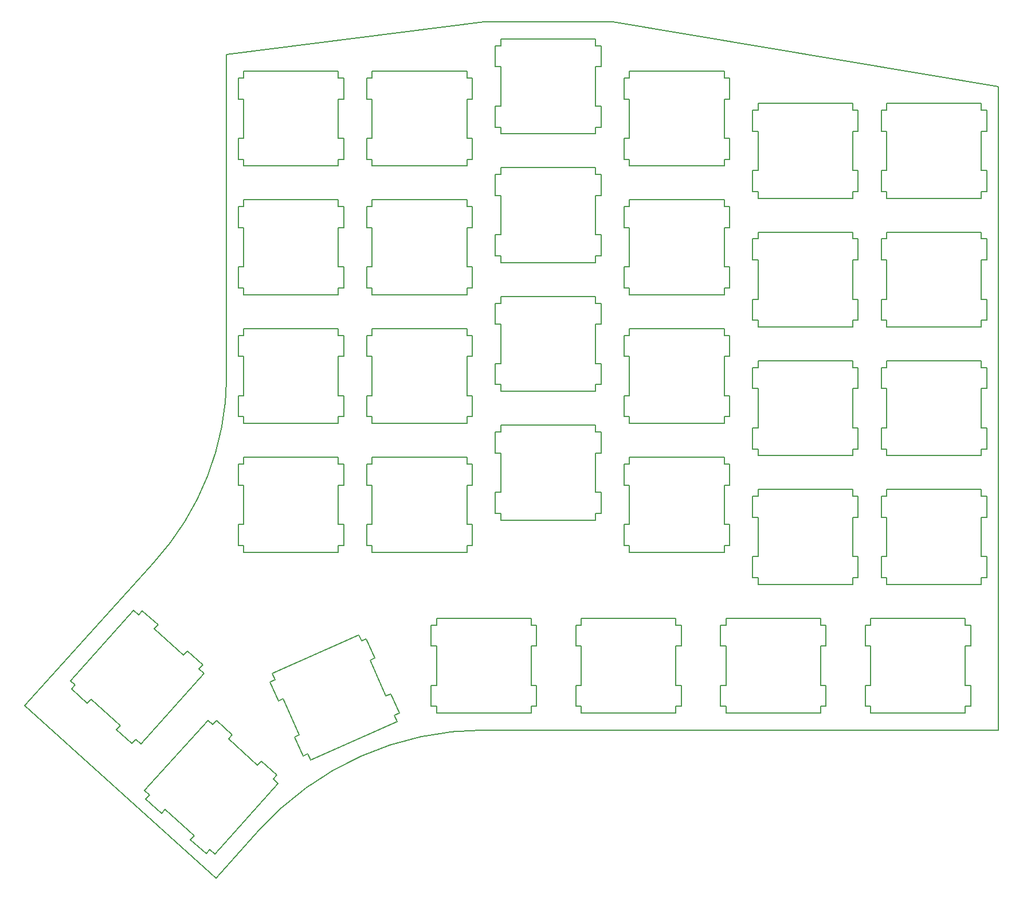
<source format=gm1>
G04 #@! TF.GenerationSoftware,KiCad,Pcbnew,(5.99.0-11247-g3f6811f413)*
G04 #@! TF.CreationDate,2021-07-10T09:42:12+02:00*
G04 #@! TF.ProjectId,blackwing,626c6163-6b77-4696-9e67-2e6b69636164,rev?*
G04 #@! TF.SameCoordinates,Original*
G04 #@! TF.FileFunction,Profile,NP*
%FSLAX46Y46*%
G04 Gerber Fmt 4.6, Leading zero omitted, Abs format (unit mm)*
G04 Created by KiCad (PCBNEW (5.99.0-11247-g3f6811f413)) date 2021-07-10 09:42:12*
%MOMM*%
%LPD*%
G01*
G04 APERTURE LIST*
G04 #@! TA.AperFunction,Profile*
%ADD10C,0.150000*%
G04 #@! TD*
G04 #@! TA.AperFunction,Profile*
%ADD11C,0.188976*%
G04 #@! TD*
G04 APERTURE END LIST*
D10*
X63985071Y7340062D02*
X82885072Y7327562D01*
X-3925277Y-93593222D02*
X24314225Y-119020185D01*
X139885072Y-97172437D02*
X63885071Y-97172438D01*
X24314225Y-119020185D02*
X30670966Y-111960309D01*
X15144946Y-72413594D02*
G75*
G03*
X25885071Y-45012437I-30321165J27690069D01*
G01*
X82885072Y7327562D02*
X139885072Y-2172437D01*
X25885071Y2577563D02*
X25885071Y-45012437D01*
X-3925277Y-93593222D02*
X15144946Y-72413595D01*
X139885072Y-2172437D02*
X139885072Y-97172437D01*
X25885071Y2577563D02*
X63985071Y7340062D01*
X30670967Y-111960310D02*
G75*
G02*
X63885071Y-97172438I33214104J-29906113D01*
G01*
D11*
X123385071Y-65772443D02*
X123385071Y-71572438D01*
X122585070Y-62672437D02*
X122585070Y-65772443D01*
X137385070Y-71572438D02*
X137385070Y-65772443D01*
X138185069Y-74672437D02*
X138185069Y-71572438D01*
X137385070Y-75672437D02*
X137385070Y-74672437D01*
X137385070Y-62672437D02*
X137385070Y-61672437D01*
X122585070Y-74672437D02*
X123385071Y-74672437D01*
X123385071Y-74672437D02*
X123385071Y-75672437D01*
X123385071Y-62672437D02*
X122585070Y-62672437D01*
X138185069Y-65772443D02*
X138185069Y-62672437D01*
X137385070Y-74672437D02*
X138185069Y-74672437D01*
X138185069Y-62672437D02*
X137385070Y-62672437D01*
X137385070Y-61672437D02*
X123385071Y-61672437D01*
X122585070Y-71572438D02*
X122585070Y-74672437D01*
X138185069Y-71572438D02*
X137385070Y-71572438D01*
X123385071Y-71572438D02*
X122585070Y-71572438D01*
X123385071Y-75672437D02*
X137385070Y-75672437D01*
X137385070Y-65772443D02*
X138185069Y-65772443D01*
X122585070Y-65772443D02*
X123385071Y-65772443D01*
X123385071Y-61672437D02*
X123385071Y-62672437D01*
X12445026Y-98577233D02*
X13188171Y-99246364D01*
X11909721Y-99171750D02*
X12445026Y-98577233D01*
X13430419Y-79549124D02*
X12895116Y-80143639D01*
X12151971Y-79474508D02*
X2784143Y-89878535D01*
X5295736Y-93216491D02*
X5831041Y-92621975D01*
X15734173Y-81623433D02*
X13430419Y-79549124D01*
X21812854Y-88173206D02*
X22348157Y-87578691D01*
X9605972Y-97097445D02*
X11909721Y-99171750D01*
X19509105Y-86098902D02*
X15198869Y-82217948D01*
X10141278Y-96502929D02*
X9605972Y-97097445D01*
X2991983Y-91142182D02*
X5295736Y-93216491D01*
X20044409Y-85504387D02*
X19509105Y-86098902D01*
X22555998Y-88842337D02*
X21812854Y-88173206D01*
X3527288Y-90547666D02*
X2991983Y-91142182D01*
X22348157Y-87578691D02*
X20044409Y-85504387D01*
X2784143Y-89878535D02*
X3527288Y-90547666D01*
X5831041Y-92621975D02*
X10141278Y-96502929D01*
X15198869Y-82217948D02*
X15734173Y-81623433D01*
X12895116Y-80143639D02*
X12151971Y-79474508D01*
X13188171Y-99246364D02*
X22555998Y-88842337D01*
X99635071Y-84772443D02*
X99635071Y-90572438D01*
X98835070Y-81672437D02*
X98835070Y-84772443D01*
X113635070Y-90572438D02*
X113635070Y-84772443D01*
X114435069Y-93672437D02*
X114435069Y-90572438D01*
X113635070Y-94672437D02*
X113635070Y-93672437D01*
X113635070Y-81672437D02*
X113635070Y-80672437D01*
X98835070Y-93672437D02*
X99635071Y-93672437D01*
X99635071Y-93672437D02*
X99635071Y-94672437D01*
X99635071Y-81672437D02*
X98835070Y-81672437D01*
X114435069Y-84772443D02*
X114435069Y-81672437D01*
X113635070Y-93672437D02*
X114435069Y-93672437D01*
X114435069Y-81672437D02*
X113635070Y-81672437D01*
X113635070Y-80672437D02*
X99635071Y-80672437D01*
X98835070Y-90572438D02*
X98835070Y-93672437D01*
X114435069Y-90572438D02*
X113635070Y-90572438D01*
X99635071Y-90572438D02*
X98835070Y-90572438D01*
X99635071Y-94672437D02*
X113635070Y-94672437D01*
X113635070Y-84772443D02*
X114435069Y-84772443D01*
X98835070Y-84772443D02*
X99635071Y-84772443D01*
X99635071Y-80672437D02*
X99635071Y-81672437D01*
X104385071Y-65772443D02*
X104385071Y-71572438D01*
X103585070Y-62672437D02*
X103585070Y-65772443D01*
X118385070Y-71572438D02*
X118385070Y-65772443D01*
X119185069Y-74672437D02*
X119185069Y-71572438D01*
X118385070Y-75672437D02*
X118385070Y-74672437D01*
X118385070Y-62672437D02*
X118385070Y-61672437D01*
X103585070Y-74672437D02*
X104385071Y-74672437D01*
X104385071Y-74672437D02*
X104385071Y-75672437D01*
X104385071Y-62672437D02*
X103585070Y-62672437D01*
X119185069Y-65772443D02*
X119185069Y-62672437D01*
X118385070Y-74672437D02*
X119185069Y-74672437D01*
X119185069Y-62672437D02*
X118385070Y-62672437D01*
X118385070Y-61672437D02*
X104385071Y-61672437D01*
X103585070Y-71572438D02*
X103585070Y-74672437D01*
X119185069Y-71572438D02*
X118385070Y-71572438D01*
X104385071Y-71572438D02*
X103585070Y-71572438D01*
X104385071Y-75672437D02*
X118385070Y-75672437D01*
X118385070Y-65772443D02*
X119185069Y-65772443D01*
X103585070Y-65772443D02*
X104385071Y-65772443D01*
X104385071Y-61672437D02*
X104385071Y-62672437D01*
X16772041Y-108864976D02*
X21082278Y-112745930D01*
X13932983Y-107385183D02*
X16236736Y-109459492D01*
X30450105Y-102341903D02*
X26139869Y-98460949D01*
X33289157Y-103821692D02*
X30985409Y-101747388D01*
X33496998Y-105085338D02*
X32753854Y-104416207D01*
X23836116Y-96386640D02*
X23092971Y-95717509D01*
X22850721Y-115414751D02*
X23386026Y-114820234D01*
X23386026Y-114820234D02*
X24129171Y-115489365D01*
X14468288Y-106790667D02*
X13932983Y-107385183D01*
X26675173Y-97866434D02*
X24371419Y-95792125D01*
X32753854Y-104416207D02*
X33289157Y-103821692D01*
X24371419Y-95792125D02*
X23836116Y-96386640D01*
X23092971Y-95717509D02*
X13725143Y-106121536D01*
X20546972Y-113340446D02*
X22850721Y-115414751D01*
X30985409Y-101747388D02*
X30450105Y-102341903D01*
X21082278Y-112745930D02*
X20546972Y-113340446D01*
X24129171Y-115489365D02*
X33496998Y-105085338D01*
X26139869Y-98460949D02*
X26675173Y-97866434D01*
X16236736Y-109459492D02*
X16772041Y-108864976D01*
X13725143Y-106121536D02*
X14468288Y-106790667D01*
X34267720Y-92555317D02*
X36626791Y-97853876D01*
X32275997Y-90048710D02*
X33536883Y-92880707D01*
X49416426Y-92159564D02*
X47057356Y-86861005D01*
X51408145Y-94666165D02*
X50147262Y-91834175D01*
X51084046Y-95905099D02*
X50677309Y-94991554D01*
X45796470Y-84029008D02*
X45389733Y-83115463D01*
X37156837Y-101011256D02*
X37887674Y-100685866D01*
X37887674Y-100685866D02*
X38294411Y-101599412D01*
X33006834Y-89723321D02*
X32275997Y-90048710D01*
X47788191Y-86535616D02*
X46527305Y-83703619D01*
X50677309Y-94991554D02*
X51408145Y-94666165D01*
X46527305Y-83703619D02*
X45796470Y-84029008D01*
X45389733Y-83115463D02*
X32600098Y-88809775D01*
X35895954Y-98179266D02*
X37156837Y-101011256D01*
X50147262Y-91834175D02*
X49416426Y-92159564D01*
X36626791Y-97853876D02*
X35895954Y-98179266D01*
X38294411Y-101599412D02*
X51084046Y-95905099D01*
X47057356Y-86861005D02*
X47788191Y-86535616D01*
X33536883Y-92880707D02*
X34267720Y-92555317D01*
X32600098Y-88809775D02*
X33006834Y-89723321D01*
X56885071Y-84772443D02*
X56885071Y-90572438D01*
X56085070Y-81672437D02*
X56085070Y-84772443D01*
X70885070Y-90572438D02*
X70885070Y-84772443D01*
X71685069Y-93672437D02*
X71685069Y-90572438D01*
X70885070Y-94672437D02*
X70885070Y-93672437D01*
X70885070Y-81672437D02*
X70885070Y-80672437D01*
X56085070Y-93672437D02*
X56885071Y-93672437D01*
X56885071Y-93672437D02*
X56885071Y-94672437D01*
X56885071Y-81672437D02*
X56085070Y-81672437D01*
X71685069Y-84772443D02*
X71685069Y-81672437D01*
X70885070Y-93672437D02*
X71685069Y-93672437D01*
X71685069Y-81672437D02*
X70885070Y-81672437D01*
X70885070Y-80672437D02*
X56885071Y-80672437D01*
X56085070Y-90572438D02*
X56085070Y-93672437D01*
X71685069Y-90572438D02*
X70885070Y-90572438D01*
X56885071Y-90572438D02*
X56085070Y-90572438D01*
X56885071Y-94672437D02*
X70885070Y-94672437D01*
X70885070Y-84772443D02*
X71685069Y-84772443D01*
X56085070Y-84772443D02*
X56885071Y-84772443D01*
X56885071Y-80672437D02*
X56885071Y-81672437D01*
X92260070Y-93672437D02*
X93060069Y-93672437D01*
X93060069Y-90572438D02*
X92260070Y-90572438D01*
X93060069Y-93672437D02*
X93060069Y-90572438D01*
X77460070Y-81672437D02*
X77460070Y-84772443D01*
X92260070Y-90572438D02*
X92260070Y-84772443D01*
X78260071Y-94672437D02*
X92260070Y-94672437D01*
X78260071Y-81672437D02*
X77460070Y-81672437D01*
X77460070Y-84772443D02*
X78260071Y-84772443D01*
X77460070Y-93672437D02*
X78260071Y-93672437D01*
X92260070Y-80672437D02*
X78260071Y-80672437D01*
X78260071Y-80672437D02*
X78260071Y-81672437D01*
X93060069Y-84772443D02*
X93060069Y-81672437D01*
X93060069Y-81672437D02*
X92260070Y-81672437D01*
X78260071Y-90572438D02*
X77460070Y-90572438D01*
X92260070Y-94672437D02*
X92260070Y-93672437D01*
X92260070Y-84772443D02*
X93060069Y-84772443D01*
X77460070Y-90572438D02*
X77460070Y-93672437D01*
X92260070Y-81672437D02*
X92260070Y-80672437D01*
X78260071Y-84772443D02*
X78260071Y-90572438D01*
X78260071Y-93672437D02*
X78260071Y-94672437D01*
X135010071Y-93672437D02*
X135810070Y-93672437D01*
X135810070Y-90572438D02*
X135010071Y-90572438D01*
X135810070Y-93672437D02*
X135810070Y-90572438D01*
X120210071Y-81672437D02*
X120210071Y-84772443D01*
X135010071Y-90572438D02*
X135010071Y-84772443D01*
X121010072Y-94672437D02*
X135010071Y-94672437D01*
X121010072Y-81672437D02*
X120210071Y-81672437D01*
X120210071Y-84772443D02*
X121010072Y-84772443D01*
X120210071Y-93672437D02*
X121010072Y-93672437D01*
X135010071Y-80672437D02*
X121010072Y-80672437D01*
X121010072Y-80672437D02*
X121010072Y-81672437D01*
X135810070Y-84772443D02*
X135810070Y-81672437D01*
X135810070Y-81672437D02*
X135010071Y-81672437D01*
X121010072Y-90572438D02*
X120210071Y-90572438D01*
X135010071Y-94672437D02*
X135010071Y-93672437D01*
X135010071Y-84772443D02*
X135810070Y-84772443D01*
X120210071Y-90572438D02*
X120210071Y-93672437D01*
X135010071Y-81672437D02*
X135010071Y-80672437D01*
X121010072Y-84772443D02*
X121010072Y-90572438D01*
X121010072Y-93672437D02*
X121010072Y-94672437D01*
X47385072Y-42022444D02*
X47385072Y-47822439D01*
X46585071Y-38922438D02*
X46585071Y-42022444D01*
X61385071Y-47822439D02*
X61385071Y-42022444D01*
X62185070Y-50922438D02*
X62185070Y-47822439D01*
X61385071Y-51922438D02*
X61385071Y-50922438D01*
X61385071Y-38922438D02*
X61385071Y-37922438D01*
X46585071Y-50922438D02*
X47385072Y-50922438D01*
X47385072Y-50922438D02*
X47385072Y-51922438D01*
X47385072Y-38922438D02*
X46585071Y-38922438D01*
X62185070Y-42022444D02*
X62185070Y-38922438D01*
X61385071Y-50922438D02*
X62185070Y-50922438D01*
X62185070Y-38922438D02*
X61385071Y-38922438D01*
X61385071Y-37922438D02*
X47385072Y-37922438D01*
X46585071Y-47822439D02*
X46585071Y-50922438D01*
X62185070Y-47822439D02*
X61385071Y-47822439D01*
X47385072Y-47822439D02*
X46585071Y-47822439D01*
X47385072Y-51922438D02*
X61385071Y-51922438D01*
X61385071Y-42022444D02*
X62185070Y-42022444D01*
X46585071Y-42022444D02*
X47385072Y-42022444D01*
X47385072Y-37922438D02*
X47385072Y-38922438D01*
X28385072Y-42022443D02*
X28385072Y-47822438D01*
X27585071Y-38922437D02*
X27585071Y-42022443D01*
X42385071Y-47822438D02*
X42385071Y-42022443D01*
X43185070Y-50922437D02*
X43185070Y-47822438D01*
X42385071Y-51922437D02*
X42385071Y-50922437D01*
X42385071Y-38922437D02*
X42385071Y-37922437D01*
X27585071Y-50922437D02*
X28385072Y-50922437D01*
X28385072Y-50922437D02*
X28385072Y-51922437D01*
X28385072Y-38922437D02*
X27585071Y-38922437D01*
X43185070Y-42022443D02*
X43185070Y-38922437D01*
X42385071Y-50922437D02*
X43185070Y-50922437D01*
X43185070Y-38922437D02*
X42385071Y-38922437D01*
X42385071Y-37922437D02*
X28385072Y-37922437D01*
X27585071Y-47822438D02*
X27585071Y-50922437D01*
X43185070Y-47822438D02*
X42385071Y-47822438D01*
X28385072Y-47822438D02*
X27585071Y-47822438D01*
X28385072Y-51922437D02*
X42385071Y-51922437D01*
X42385071Y-42022443D02*
X43185070Y-42022443D01*
X27585071Y-42022443D02*
X28385072Y-42022443D01*
X28385072Y-37922437D02*
X28385072Y-38922437D01*
X123385072Y-27772443D02*
X123385072Y-33572438D01*
X122585071Y-24672437D02*
X122585071Y-27772443D01*
X137385071Y-33572438D02*
X137385071Y-27772443D01*
X138185070Y-36672437D02*
X138185070Y-33572438D01*
X137385071Y-37672437D02*
X137385071Y-36672437D01*
X137385071Y-24672437D02*
X137385071Y-23672437D01*
X122585071Y-36672437D02*
X123385072Y-36672437D01*
X123385072Y-36672437D02*
X123385072Y-37672437D01*
X123385072Y-24672437D02*
X122585071Y-24672437D01*
X138185070Y-27772443D02*
X138185070Y-24672437D01*
X137385071Y-36672437D02*
X138185070Y-36672437D01*
X138185070Y-24672437D02*
X137385071Y-24672437D01*
X137385071Y-23672437D02*
X123385072Y-23672437D01*
X122585071Y-33572438D02*
X122585071Y-36672437D01*
X138185070Y-33572438D02*
X137385071Y-33572438D01*
X123385072Y-33572438D02*
X122585071Y-33572438D01*
X123385072Y-37672437D02*
X137385071Y-37672437D01*
X137385071Y-27772443D02*
X138185070Y-27772443D01*
X122585071Y-27772443D02*
X123385072Y-27772443D01*
X123385072Y-23672437D02*
X123385072Y-24672437D01*
X104385071Y-27772443D02*
X104385071Y-33572438D01*
X103585070Y-24672437D02*
X103585070Y-27772443D01*
X118385070Y-33572438D02*
X118385070Y-27772443D01*
X119185069Y-36672437D02*
X119185069Y-33572438D01*
X118385070Y-37672437D02*
X118385070Y-36672437D01*
X118385070Y-24672437D02*
X118385070Y-23672437D01*
X103585070Y-36672437D02*
X104385071Y-36672437D01*
X104385071Y-36672437D02*
X104385071Y-37672437D01*
X104385071Y-24672437D02*
X103585070Y-24672437D01*
X119185069Y-27772443D02*
X119185069Y-24672437D01*
X118385070Y-36672437D02*
X119185069Y-36672437D01*
X119185069Y-24672437D02*
X118385070Y-24672437D01*
X118385070Y-23672437D02*
X104385071Y-23672437D01*
X103585070Y-33572438D02*
X103585070Y-36672437D01*
X119185069Y-33572438D02*
X118385070Y-33572438D01*
X104385071Y-33572438D02*
X103585070Y-33572438D01*
X104385071Y-37672437D02*
X118385070Y-37672437D01*
X118385070Y-27772443D02*
X119185069Y-27772443D01*
X103585070Y-27772443D02*
X104385071Y-27772443D01*
X104385071Y-23672437D02*
X104385071Y-24672437D01*
X85385072Y-23022444D02*
X85385072Y-28822439D01*
X84585071Y-19922438D02*
X84585071Y-23022444D01*
X99385071Y-28822439D02*
X99385071Y-23022444D01*
X100185070Y-31922438D02*
X100185070Y-28822439D01*
X99385071Y-32922438D02*
X99385071Y-31922438D01*
X99385071Y-19922438D02*
X99385071Y-18922438D01*
X84585071Y-31922438D02*
X85385072Y-31922438D01*
X85385072Y-31922438D02*
X85385072Y-32922438D01*
X85385072Y-19922438D02*
X84585071Y-19922438D01*
X100185070Y-23022444D02*
X100185070Y-19922438D01*
X99385071Y-31922438D02*
X100185070Y-31922438D01*
X100185070Y-19922438D02*
X99385071Y-19922438D01*
X99385071Y-18922438D02*
X85385072Y-18922438D01*
X84585071Y-28822439D02*
X84585071Y-31922438D01*
X100185070Y-28822439D02*
X99385071Y-28822439D01*
X85385072Y-28822439D02*
X84585071Y-28822439D01*
X85385072Y-32922438D02*
X99385071Y-32922438D01*
X99385071Y-23022444D02*
X100185070Y-23022444D01*
X84585071Y-23022444D02*
X85385072Y-23022444D01*
X85385072Y-18922438D02*
X85385072Y-19922438D01*
X66385072Y-18272444D02*
X66385072Y-24072439D01*
X65585071Y-15172438D02*
X65585071Y-18272444D01*
X80385071Y-24072439D02*
X80385071Y-18272444D01*
X81185070Y-27172438D02*
X81185070Y-24072439D01*
X80385071Y-28172438D02*
X80385071Y-27172438D01*
X80385071Y-15172438D02*
X80385071Y-14172438D01*
X65585071Y-27172438D02*
X66385072Y-27172438D01*
X66385072Y-27172438D02*
X66385072Y-28172438D01*
X66385072Y-15172438D02*
X65585071Y-15172438D01*
X81185070Y-18272444D02*
X81185070Y-15172438D01*
X80385071Y-27172438D02*
X81185070Y-27172438D01*
X81185070Y-15172438D02*
X80385071Y-15172438D01*
X80385071Y-14172438D02*
X66385072Y-14172438D01*
X65585071Y-24072439D02*
X65585071Y-27172438D01*
X81185070Y-24072439D02*
X80385071Y-24072439D01*
X66385072Y-24072439D02*
X65585071Y-24072439D01*
X66385072Y-28172438D02*
X80385071Y-28172438D01*
X80385071Y-18272444D02*
X81185070Y-18272444D01*
X65585071Y-18272444D02*
X66385072Y-18272444D01*
X66385072Y-14172438D02*
X66385072Y-15172438D01*
X47385071Y-23022443D02*
X47385071Y-28822438D01*
X46585070Y-19922437D02*
X46585070Y-23022443D01*
X61385070Y-28822438D02*
X61385070Y-23022443D01*
X62185069Y-31922437D02*
X62185069Y-28822438D01*
X61385070Y-32922437D02*
X61385070Y-31922437D01*
X61385070Y-19922437D02*
X61385070Y-18922437D01*
X46585070Y-31922437D02*
X47385071Y-31922437D01*
X47385071Y-31922437D02*
X47385071Y-32922437D01*
X47385071Y-19922437D02*
X46585070Y-19922437D01*
X62185069Y-23022443D02*
X62185069Y-19922437D01*
X61385070Y-31922437D02*
X62185069Y-31922437D01*
X62185069Y-19922437D02*
X61385070Y-19922437D01*
X61385070Y-18922437D02*
X47385071Y-18922437D01*
X46585070Y-28822438D02*
X46585070Y-31922437D01*
X62185069Y-28822438D02*
X61385070Y-28822438D01*
X47385071Y-28822438D02*
X46585070Y-28822438D01*
X47385071Y-32922437D02*
X61385070Y-32922437D01*
X61385070Y-23022443D02*
X62185069Y-23022443D01*
X46585070Y-23022443D02*
X47385071Y-23022443D01*
X47385071Y-18922437D02*
X47385071Y-19922437D01*
X28385071Y-23022443D02*
X28385071Y-28822438D01*
X27585070Y-19922437D02*
X27585070Y-23022443D01*
X42385070Y-28822438D02*
X42385070Y-23022443D01*
X43185069Y-31922437D02*
X43185069Y-28822438D01*
X42385070Y-32922437D02*
X42385070Y-31922437D01*
X42385070Y-19922437D02*
X42385070Y-18922437D01*
X27585070Y-31922437D02*
X28385071Y-31922437D01*
X28385071Y-31922437D02*
X28385071Y-32922437D01*
X28385071Y-19922437D02*
X27585070Y-19922437D01*
X43185069Y-23022443D02*
X43185069Y-19922437D01*
X42385070Y-31922437D02*
X43185069Y-31922437D01*
X43185069Y-19922437D02*
X42385070Y-19922437D01*
X42385070Y-18922437D02*
X28385071Y-18922437D01*
X27585070Y-28822438D02*
X27585070Y-31922437D01*
X43185069Y-28822438D02*
X42385070Y-28822438D01*
X28385071Y-28822438D02*
X27585070Y-28822438D01*
X28385071Y-32922437D02*
X42385070Y-32922437D01*
X42385070Y-23022443D02*
X43185069Y-23022443D01*
X27585070Y-23022443D02*
X28385071Y-23022443D01*
X28385071Y-18922437D02*
X28385071Y-19922437D01*
X123385071Y-8772443D02*
X123385071Y-14572438D01*
X122585070Y-5672437D02*
X122585070Y-8772443D01*
X137385070Y-14572438D02*
X137385070Y-8772443D01*
X138185069Y-17672437D02*
X138185069Y-14572438D01*
X137385070Y-18672437D02*
X137385070Y-17672437D01*
X137385070Y-5672437D02*
X137385070Y-4672437D01*
X122585070Y-17672437D02*
X123385071Y-17672437D01*
X123385071Y-17672437D02*
X123385071Y-18672437D01*
X123385071Y-5672437D02*
X122585070Y-5672437D01*
X138185069Y-8772443D02*
X138185069Y-5672437D01*
X137385070Y-17672437D02*
X138185069Y-17672437D01*
X138185069Y-5672437D02*
X137385070Y-5672437D01*
X137385070Y-4672437D02*
X123385071Y-4672437D01*
X122585070Y-14572438D02*
X122585070Y-17672437D01*
X138185069Y-14572438D02*
X137385070Y-14572438D01*
X123385071Y-14572438D02*
X122585070Y-14572438D01*
X123385071Y-18672437D02*
X137385070Y-18672437D01*
X137385070Y-8772443D02*
X138185069Y-8772443D01*
X122585070Y-8772443D02*
X123385071Y-8772443D01*
X123385071Y-4672437D02*
X123385071Y-5672437D01*
X104385071Y-8772443D02*
X104385071Y-14572438D01*
X103585070Y-5672437D02*
X103585070Y-8772443D01*
X118385070Y-14572438D02*
X118385070Y-8772443D01*
X119185069Y-17672437D02*
X119185069Y-14572438D01*
X118385070Y-18672437D02*
X118385070Y-17672437D01*
X118385070Y-5672437D02*
X118385070Y-4672437D01*
X103585070Y-17672437D02*
X104385071Y-17672437D01*
X104385071Y-17672437D02*
X104385071Y-18672437D01*
X104385071Y-5672437D02*
X103585070Y-5672437D01*
X119185069Y-8772443D02*
X119185069Y-5672437D01*
X118385070Y-17672437D02*
X119185069Y-17672437D01*
X119185069Y-5672437D02*
X118385070Y-5672437D01*
X118385070Y-4672437D02*
X104385071Y-4672437D01*
X103585070Y-14572438D02*
X103585070Y-17672437D01*
X119185069Y-14572438D02*
X118385070Y-14572438D01*
X104385071Y-14572438D02*
X103585070Y-14572438D01*
X104385071Y-18672437D02*
X118385070Y-18672437D01*
X118385070Y-8772443D02*
X119185069Y-8772443D01*
X103585070Y-8772443D02*
X104385071Y-8772443D01*
X104385071Y-4672437D02*
X104385071Y-5672437D01*
X85385071Y-4022444D02*
X85385071Y-9822439D01*
X84585070Y-922438D02*
X84585070Y-4022444D01*
X99385070Y-9822439D02*
X99385070Y-4022444D01*
X100185069Y-12922438D02*
X100185069Y-9822439D01*
X99385070Y-13922438D02*
X99385070Y-12922438D01*
X99385070Y-922438D02*
X99385070Y77562D01*
X84585070Y-12922438D02*
X85385071Y-12922438D01*
X85385071Y-12922438D02*
X85385071Y-13922438D01*
X85385071Y-922438D02*
X84585070Y-922438D01*
X100185069Y-4022444D02*
X100185069Y-922438D01*
X99385070Y-12922438D02*
X100185069Y-12922438D01*
X100185069Y-922438D02*
X99385070Y-922438D01*
X99385070Y77562D02*
X85385071Y77562D01*
X84585070Y-9822439D02*
X84585070Y-12922438D01*
X100185069Y-9822439D02*
X99385070Y-9822439D01*
X85385071Y-9822439D02*
X84585070Y-9822439D01*
X85385071Y-13922438D02*
X99385070Y-13922438D01*
X99385070Y-4022444D02*
X100185069Y-4022444D01*
X84585070Y-4022444D02*
X85385071Y-4022444D01*
X85385071Y77562D02*
X85385071Y-922438D01*
X66385071Y727557D02*
X66385071Y-5072438D01*
X65585070Y3827563D02*
X65585070Y727557D01*
X80385070Y-5072438D02*
X80385070Y727557D01*
X81185069Y-8172437D02*
X81185069Y-5072438D01*
X80385070Y-9172437D02*
X80385070Y-8172437D01*
X80385070Y3827563D02*
X80385070Y4827563D01*
X65585070Y-8172437D02*
X66385071Y-8172437D01*
X66385071Y-8172437D02*
X66385071Y-9172437D01*
X66385071Y3827563D02*
X65585070Y3827563D01*
X81185069Y727557D02*
X81185069Y3827563D01*
X80385070Y-8172437D02*
X81185069Y-8172437D01*
X81185069Y3827563D02*
X80385070Y3827563D01*
X80385070Y4827563D02*
X66385071Y4827563D01*
X65585070Y-5072438D02*
X65585070Y-8172437D01*
X81185069Y-5072438D02*
X80385070Y-5072438D01*
X66385071Y-5072438D02*
X65585070Y-5072438D01*
X66385071Y-9172437D02*
X80385070Y-9172437D01*
X80385070Y727557D02*
X81185069Y727557D01*
X65585070Y727557D02*
X66385071Y727557D01*
X66385071Y4827563D02*
X66385071Y3827563D01*
X47385072Y-4022443D02*
X47385072Y-9822438D01*
X46585071Y-922437D02*
X46585071Y-4022443D01*
X61385071Y-9822438D02*
X61385071Y-4022443D01*
X62185070Y-12922437D02*
X62185070Y-9822438D01*
X61385071Y-13922437D02*
X61385071Y-12922437D01*
X61385071Y-922437D02*
X61385071Y77563D01*
X46585071Y-12922437D02*
X47385072Y-12922437D01*
X47385072Y-12922437D02*
X47385072Y-13922437D01*
X47385072Y-922437D02*
X46585071Y-922437D01*
X62185070Y-4022443D02*
X62185070Y-922437D01*
X61385071Y-12922437D02*
X62185070Y-12922437D01*
X62185070Y-922437D02*
X61385071Y-922437D01*
X61385071Y77563D02*
X47385072Y77563D01*
X46585071Y-9822438D02*
X46585071Y-12922437D01*
X62185070Y-9822438D02*
X61385071Y-9822438D01*
X47385072Y-9822438D02*
X46585071Y-9822438D01*
X47385072Y-13922437D02*
X61385071Y-13922437D01*
X61385071Y-4022443D02*
X62185070Y-4022443D01*
X46585071Y-4022443D02*
X47385072Y-4022443D01*
X47385072Y77563D02*
X47385072Y-922437D01*
X28385072Y-4022444D02*
X28385072Y-9822439D01*
X27585071Y-922438D02*
X27585071Y-4022444D01*
X42385071Y-9822439D02*
X42385071Y-4022444D01*
X43185070Y-12922438D02*
X43185070Y-9822439D01*
X42385071Y-13922438D02*
X42385071Y-12922438D01*
X42385071Y-922438D02*
X42385071Y77562D01*
X27585071Y-12922438D02*
X28385072Y-12922438D01*
X28385072Y-12922438D02*
X28385072Y-13922438D01*
X28385072Y-922438D02*
X27585071Y-922438D01*
X43185070Y-4022444D02*
X43185070Y-922438D01*
X42385071Y-12922438D02*
X43185070Y-12922438D01*
X43185070Y-922438D02*
X42385071Y-922438D01*
X42385071Y77562D02*
X28385072Y77562D01*
X27585071Y-9822439D02*
X27585071Y-12922438D01*
X43185070Y-9822439D02*
X42385071Y-9822439D01*
X28385072Y-9822439D02*
X27585071Y-9822439D01*
X28385072Y-13922438D02*
X42385071Y-13922438D01*
X42385071Y-4022444D02*
X43185070Y-4022444D01*
X27585071Y-4022444D02*
X28385072Y-4022444D01*
X28385072Y77562D02*
X28385072Y-922438D01*
X85385072Y-42022443D02*
X85385072Y-47822438D01*
X84585071Y-38922437D02*
X84585071Y-42022443D01*
X99385071Y-47822438D02*
X99385071Y-42022443D01*
X100185070Y-50922437D02*
X100185070Y-47822438D01*
X99385071Y-51922437D02*
X99385071Y-50922437D01*
X99385071Y-38922437D02*
X99385071Y-37922437D01*
X84585071Y-50922437D02*
X85385072Y-50922437D01*
X85385072Y-50922437D02*
X85385072Y-51922437D01*
X85385072Y-38922437D02*
X84585071Y-38922437D01*
X100185070Y-42022443D02*
X100185070Y-38922437D01*
X99385071Y-50922437D02*
X100185070Y-50922437D01*
X100185070Y-38922437D02*
X99385071Y-38922437D01*
X99385071Y-37922437D02*
X85385072Y-37922437D01*
X84585071Y-47822438D02*
X84585071Y-50922437D01*
X100185070Y-47822438D02*
X99385071Y-47822438D01*
X85385072Y-47822438D02*
X84585071Y-47822438D01*
X85385072Y-51922437D02*
X99385071Y-51922437D01*
X99385071Y-42022443D02*
X100185070Y-42022443D01*
X84585071Y-42022443D02*
X85385072Y-42022443D01*
X85385072Y-37922437D02*
X85385072Y-38922437D01*
X104385072Y-46772443D02*
X104385072Y-52572438D01*
X103585071Y-43672437D02*
X103585071Y-46772443D01*
X118385071Y-52572438D02*
X118385071Y-46772443D01*
X119185070Y-55672437D02*
X119185070Y-52572438D01*
X118385071Y-56672437D02*
X118385071Y-55672437D01*
X118385071Y-43672437D02*
X118385071Y-42672437D01*
X103585071Y-55672437D02*
X104385072Y-55672437D01*
X104385072Y-55672437D02*
X104385072Y-56672437D01*
X104385072Y-43672437D02*
X103585071Y-43672437D01*
X119185070Y-46772443D02*
X119185070Y-43672437D01*
X118385071Y-55672437D02*
X119185070Y-55672437D01*
X119185070Y-43672437D02*
X118385071Y-43672437D01*
X118385071Y-42672437D02*
X104385072Y-42672437D01*
X103585071Y-52572438D02*
X103585071Y-55672437D01*
X119185070Y-52572438D02*
X118385071Y-52572438D01*
X104385072Y-52572438D02*
X103585071Y-52572438D01*
X104385072Y-56672437D02*
X118385071Y-56672437D01*
X118385071Y-46772443D02*
X119185070Y-46772443D01*
X103585071Y-46772443D02*
X104385072Y-46772443D01*
X104385072Y-42672437D02*
X104385072Y-43672437D01*
X123385071Y-46772444D02*
X123385071Y-52572439D01*
X122585070Y-43672438D02*
X122585070Y-46772444D01*
X137385070Y-52572439D02*
X137385070Y-46772444D01*
X138185069Y-55672438D02*
X138185069Y-52572439D01*
X137385070Y-56672438D02*
X137385070Y-55672438D01*
X137385070Y-43672438D02*
X137385070Y-42672438D01*
X122585070Y-55672438D02*
X123385071Y-55672438D01*
X123385071Y-55672438D02*
X123385071Y-56672438D01*
X123385071Y-43672438D02*
X122585070Y-43672438D01*
X138185069Y-46772444D02*
X138185069Y-43672438D01*
X137385070Y-55672438D02*
X138185069Y-55672438D01*
X138185069Y-43672438D02*
X137385070Y-43672438D01*
X137385070Y-42672438D02*
X123385071Y-42672438D01*
X122585070Y-52572439D02*
X122585070Y-55672438D01*
X138185069Y-52572439D02*
X137385070Y-52572439D01*
X123385071Y-52572439D02*
X122585070Y-52572439D01*
X123385071Y-56672438D02*
X137385070Y-56672438D01*
X137385070Y-46772444D02*
X138185069Y-46772444D01*
X122585070Y-46772444D02*
X123385071Y-46772444D01*
X123385071Y-42672438D02*
X123385071Y-43672438D01*
X28385072Y-61022443D02*
X28385072Y-66822438D01*
X27585071Y-57922437D02*
X27585071Y-61022443D01*
X42385071Y-66822438D02*
X42385071Y-61022443D01*
X43185070Y-69922437D02*
X43185070Y-66822438D01*
X42385071Y-70922437D02*
X42385071Y-69922437D01*
X42385071Y-57922437D02*
X42385071Y-56922437D01*
X27585071Y-69922437D02*
X28385072Y-69922437D01*
X28385072Y-69922437D02*
X28385072Y-70922437D01*
X28385072Y-57922437D02*
X27585071Y-57922437D01*
X43185070Y-61022443D02*
X43185070Y-57922437D01*
X42385071Y-69922437D02*
X43185070Y-69922437D01*
X43185070Y-57922437D02*
X42385071Y-57922437D01*
X42385071Y-56922437D02*
X28385072Y-56922437D01*
X27585071Y-66822438D02*
X27585071Y-69922437D01*
X43185070Y-66822438D02*
X42385071Y-66822438D01*
X28385072Y-66822438D02*
X27585071Y-66822438D01*
X28385072Y-70922437D02*
X42385071Y-70922437D01*
X42385071Y-61022443D02*
X43185070Y-61022443D01*
X27585071Y-61022443D02*
X28385072Y-61022443D01*
X28385072Y-56922437D02*
X28385072Y-57922437D01*
X47385071Y-61022444D02*
X47385071Y-66822439D01*
X46585070Y-57922438D02*
X46585070Y-61022444D01*
X61385070Y-66822439D02*
X61385070Y-61022444D01*
X62185069Y-69922438D02*
X62185069Y-66822439D01*
X61385070Y-70922438D02*
X61385070Y-69922438D01*
X61385070Y-57922438D02*
X61385070Y-56922438D01*
X46585070Y-69922438D02*
X47385071Y-69922438D01*
X47385071Y-69922438D02*
X47385071Y-70922438D01*
X47385071Y-57922438D02*
X46585070Y-57922438D01*
X62185069Y-61022444D02*
X62185069Y-57922438D01*
X61385070Y-69922438D02*
X62185069Y-69922438D01*
X62185069Y-57922438D02*
X61385070Y-57922438D01*
X61385070Y-56922438D02*
X47385071Y-56922438D01*
X46585070Y-66822439D02*
X46585070Y-69922438D01*
X62185069Y-66822439D02*
X61385070Y-66822439D01*
X47385071Y-66822439D02*
X46585070Y-66822439D01*
X47385071Y-70922438D02*
X61385070Y-70922438D01*
X61385070Y-61022444D02*
X62185069Y-61022444D01*
X46585070Y-61022444D02*
X47385071Y-61022444D01*
X47385071Y-56922438D02*
X47385071Y-57922438D01*
X66385071Y-56272443D02*
X66385071Y-62072438D01*
X65585070Y-53172437D02*
X65585070Y-56272443D01*
X80385070Y-62072438D02*
X80385070Y-56272443D01*
X81185069Y-65172437D02*
X81185069Y-62072438D01*
X80385070Y-66172437D02*
X80385070Y-65172437D01*
X80385070Y-53172437D02*
X80385070Y-52172437D01*
X65585070Y-65172437D02*
X66385071Y-65172437D01*
X66385071Y-65172437D02*
X66385071Y-66172437D01*
X66385071Y-53172437D02*
X65585070Y-53172437D01*
X81185069Y-56272443D02*
X81185069Y-53172437D01*
X80385070Y-65172437D02*
X81185069Y-65172437D01*
X81185069Y-53172437D02*
X80385070Y-53172437D01*
X80385070Y-52172437D02*
X66385071Y-52172437D01*
X65585070Y-62072438D02*
X65585070Y-65172437D01*
X81185069Y-62072438D02*
X80385070Y-62072438D01*
X66385071Y-62072438D02*
X65585070Y-62072438D01*
X66385071Y-66172437D02*
X80385070Y-66172437D01*
X80385070Y-56272443D02*
X81185069Y-56272443D01*
X65585070Y-56272443D02*
X66385071Y-56272443D01*
X66385071Y-52172437D02*
X66385071Y-53172437D01*
X85385071Y-61022443D02*
X85385071Y-66822438D01*
X84585070Y-57922437D02*
X84585070Y-61022443D01*
X99385070Y-66822438D02*
X99385070Y-61022443D01*
X100185069Y-69922437D02*
X100185069Y-66822438D01*
X99385070Y-70922437D02*
X99385070Y-69922437D01*
X99385070Y-57922437D02*
X99385070Y-56922437D01*
X84585070Y-69922437D02*
X85385071Y-69922437D01*
X85385071Y-69922437D02*
X85385071Y-70922437D01*
X85385071Y-57922437D02*
X84585070Y-57922437D01*
X100185069Y-61022443D02*
X100185069Y-57922437D01*
X99385070Y-69922437D02*
X100185069Y-69922437D01*
X100185069Y-57922437D02*
X99385070Y-57922437D01*
X99385070Y-56922437D02*
X85385071Y-56922437D01*
X84585070Y-66822438D02*
X84585070Y-69922437D01*
X100185069Y-66822438D02*
X99385070Y-66822438D01*
X85385071Y-66822438D02*
X84585070Y-66822438D01*
X85385071Y-70922437D02*
X99385070Y-70922437D01*
X99385070Y-61022443D02*
X100185069Y-61022443D01*
X84585070Y-61022443D02*
X85385071Y-61022443D01*
X85385071Y-56922437D02*
X85385071Y-57922437D01*
X66385071Y-37272444D02*
X66385071Y-43072439D01*
X65585070Y-34172438D02*
X65585070Y-37272444D01*
X80385070Y-43072439D02*
X80385070Y-37272444D01*
X81185069Y-46172438D02*
X81185069Y-43072439D01*
X80385070Y-47172438D02*
X80385070Y-46172438D01*
X80385070Y-34172438D02*
X80385070Y-33172438D01*
X65585070Y-46172438D02*
X66385071Y-46172438D01*
X66385071Y-46172438D02*
X66385071Y-47172438D01*
X66385071Y-34172438D02*
X65585070Y-34172438D01*
X81185069Y-37272444D02*
X81185069Y-34172438D01*
X80385070Y-46172438D02*
X81185069Y-46172438D01*
X81185069Y-34172438D02*
X80385070Y-34172438D01*
X80385070Y-33172438D02*
X66385071Y-33172438D01*
X65585070Y-43072439D02*
X65585070Y-46172438D01*
X81185069Y-43072439D02*
X80385070Y-43072439D01*
X66385071Y-43072439D02*
X65585070Y-43072439D01*
X66385071Y-47172438D02*
X80385070Y-47172438D01*
X80385070Y-37272444D02*
X81185069Y-37272444D01*
X65585070Y-37272444D02*
X66385071Y-37272444D01*
X66385071Y-33172438D02*
X66385071Y-34172438D01*
M02*

</source>
